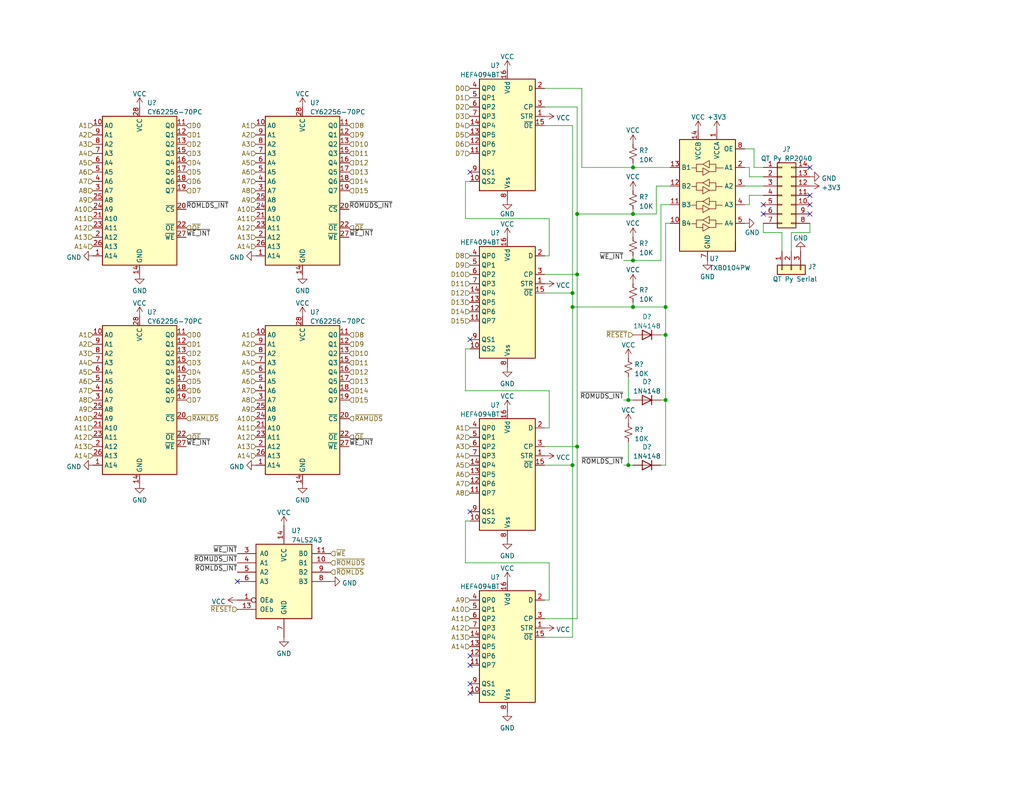
<source format=kicad_sch>
(kicad_sch (version 20211123) (generator eeschema)
  (paper "USLetter")
  (title_block (title "RAM/ROM Board") (rev "1"))
  (lib_symbols
    (symbol "74xx:74LS243" (pin_names (offset 1.016))
      (property "Reference" "U" (at -7.62 11.43 0))
      (property "Value" "74LS243" (at -7.62 -11.43 0))
      (symbol "74LS243_1_0"
        (pin input inverted (at -12.7 -5.08 0) (length 5.08) (name "OEa") (number "1"))
        (pin tri_state line (at 12.7 5.08 180) (length 5.08) (name "B1") (number "10"))
        (pin tri_state line (at 12.7 7.62 180) (length 5.08) (name "B0") (number "11"))
        (pin input line (at -12.7 -7.62 0) (length 5.08) (name "OEb") (number "13"))
        (pin power_in line (at 0 15.24 270) (length 5.08) (name "VCC") (number "14"))
        (pin input line (at -12.7 7.62 0) (length 5.08) (name "A0") (number "3"))
        (pin input line (at -12.7 5.08 0) (length 5.08) (name "A1") (number "4"))
        (pin input line (at -12.7 2.54 0) (length 5.08) (name "A2") (number "5"))
        (pin input line (at -12.7 0 0) (length 5.08) (name "A3") (number "6"))
        (pin power_in line (at 0 -15.24 90) (length 5.08) (name "GND") (number "7"))
        (pin tri_state line (at 12.7 0 180) (length 5.08) (name "B3") (number "8"))
        (pin tri_state line (at 12.7 2.54 180) (length 5.08) (name "B2") (number "9"))
      )
      (symbol "74LS243_1_1"
        (rectangle (start -7.62 10.16) (end 7.62 -10.16) (stroke (width 0.254)) (fill (type background)))
      )
    )
    (symbol "Connector_Generic:Conn_01x03" (pin_names (offset 1.016) hide)
      (property "Reference" "J" (at 0 5.08 0))
      (property "Value" "Conn_01x03" (at 0 -5.08 0))
      (symbol "Conn_01x03_1_1"
        (rectangle (start -1.27 -2.413) (end 0 -2.667) (stroke (width 0.1524)))
        (rectangle (start -1.27 0.127) (end 0 -0.127) (stroke (width 0.1524)))
        (rectangle (start -1.27 2.667) (end 0 2.413) (stroke (width 0.1524)))
        (rectangle (start -1.27 3.81) (end 1.27 -3.81) (stroke (width 0.254)) (fill (type background)))
        (pin passive line (at -5.08 2.54 0) (length 3.81) (name "Pin_1") (number "1"))
        (pin passive line (at -5.08 0 0) (length 3.81) (name "Pin_2") (number "2"))
        (pin passive line (at -5.08 -2.54 0) (length 3.81) (name "Pin_3") (number "3"))
      )
    )
    (symbol "Connector_Generic:Conn_02x07_Counter_Clockwise" (pin_names (offset 1.016) hide)
      (property "Reference" "J" (at 1.27 10.16 0))
      (property "Value" "Conn_02x07_Counter_Clockwise" (at 1.27 -10.16 0))
      (symbol "Conn_02x07_Counter_Clockwise_1_1"
        (rectangle (start -1.27 -7.493) (end 0 -7.747) (stroke (width 0.1524)))
        (rectangle (start -1.27 -4.953) (end 0 -5.207) (stroke (width 0.1524)))
        (rectangle (start -1.27 -2.413) (end 0 -2.667) (stroke (width 0.1524)))
        (rectangle (start -1.27 0.127) (end 0 -0.127) (stroke (width 0.1524)))
        (rectangle (start -1.27 2.667) (end 0 2.413) (stroke (width 0.1524)))
        (rectangle (start -1.27 5.207) (end 0 4.953) (stroke (width 0.1524)))
        (rectangle (start -1.27 7.747) (end 0 7.493) (stroke (width 0.1524)))
        (rectangle (start -1.27 8.89) (end 3.81 -8.89) (stroke (width 0.254)) (fill (type background)))
        (rectangle (start 3.81 -7.493) (end 2.54 -7.747) (stroke (width 0.1524)))
        (rectangle (start 3.81 -4.953) (end 2.54 -5.207) (stroke (width 0.1524)))
        (rectangle (start 3.81 -2.413) (end 2.54 -2.667) (stroke (width 0.1524)))
        (rectangle (start 3.81 0.127) (end 2.54 -0.127) (stroke (width 0.1524)))
        (rectangle (start 3.81 2.667) (end 2.54 2.413) (stroke (width 0.1524)))
        (rectangle (start 3.81 5.207) (end 2.54 4.953) (stroke (width 0.1524)))
        (rectangle (start 3.81 7.747) (end 2.54 7.493) (stroke (width 0.1524)))
        (pin passive line (at -5.08 7.62 0) (length 3.81) (name "Pin_1") (number "1"))
        (pin passive line (at 7.62 -2.54 180) (length 3.81) (name "Pin_10") (number "10"))
        (pin passive line (at 7.62 0 180) (length 3.81) (name "Pin_11") (number "11"))
        (pin passive line (at 7.62 2.54 180) (length 3.81) (name "Pin_12") (number "12"))
        (pin passive line (at 7.62 5.08 180) (length 3.81) (name "Pin_13") (number "13"))
        (pin passive line (at 7.62 7.62 180) (length 3.81) (name "Pin_14") (number "14"))
        (pin passive line (at -5.08 5.08 0) (length 3.81) (name "Pin_2") (number "2"))
        (pin passive line (at -5.08 2.54 0) (length 3.81) (name "Pin_3") (number "3"))
        (pin passive line (at -5.08 0 0) (length 3.81) (name "Pin_4") (number "4"))
        (pin passive line (at -5.08 -2.54 0) (length 3.81) (name "Pin_5") (number "5"))
        (pin passive line (at -5.08 -5.08 0) (length 3.81) (name "Pin_6") (number "6"))
        (pin passive line (at -5.08 -7.62 0) (length 3.81) (name "Pin_7") (number "7"))
        (pin passive line (at 7.62 -7.62 180) (length 3.81) (name "Pin_8") (number "8"))
        (pin passive line (at 7.62 -5.08 180) (length 3.81) (name "Pin_9") (number "9"))
      )
    )
    (symbol "Device:R_Small_US" (pin_numbers hide) (pin_names (offset 0.254) hide)
      (property "Reference" "R" (at 0.762 0.508 0))
      (property "Value" "R_Small_US" (at 0.762 -1.016 0))
      (symbol "R_Small_US_1_1"
        (polyline (pts (xy 0 0) (xy 1.016 -0.381) (xy 0 -0.762) (xy -1.016 -1.143) (xy 0 -1.524)))
        (polyline (pts (xy 0 1.524) (xy 1.016 1.143) (xy 0 0.762) (xy -1.016 0.381) (xy 0 0)))
        (pin passive line (at 0 2.54 270) (length 1.016) (name "~") (number "1"))
        (pin passive line (at 0 -2.54 90) (length 1.016) (name "~") (number "2"))
      )
    )
    (symbol "Diode:1N4148" (pin_numbers hide) (pin_names (offset 1.016) hide)
      (property "Reference" "D" (at 0 2.54 0))
      (property "Value" "1N4148" (at 0 -2.54 0))
      (symbol "1N4148_0_1"
        (polyline (pts (xy -1.27 1.27) (xy -1.27 -1.27)) (stroke (width 0.254)))
        (polyline (pts (xy 1.27 0) (xy -1.27 0)))
        (polyline (pts (xy 1.27 1.27) (xy 1.27 -1.27) (xy -1.27 0) (xy 1.27 1.27)) (stroke (width 0.254)))
      )
      (symbol "1N4148_1_1"
        (pin passive line (at -3.81 0 0) (length 2.54) (name "K") (number "1"))
        (pin passive line (at 3.81 0 180) (length 2.54) (name "A") (number "2"))
      )
    )
    (symbol "Logic_LevelTranslator:TXB0104PW"
      (property "Reference" "U" (at -6.35 16.51 0))
      (property "Value" "TXB0104PW" (at 3.81 16.51 0))
      (symbol "TXB0104PW_0_1"
        (rectangle (start -7.62 -15.24) (end -7.62 -12.7) (stroke (width 0.254)))
        (rectangle (start -7.62 15.24) (end 7.62 -15.24) (stroke (width 0.254)) (fill (type background)))
        (polyline (pts (xy -2.286 -7.747) (xy -2.286 -6.731) (xy -0.508 -6.731)))
        (polyline (pts (xy -2.286 -2.667) (xy -2.286 -1.651) (xy -0.508 -1.651)))
        (polyline (pts (xy -2.286 2.413) (xy -2.286 3.429) (xy -0.508 3.429)))
        (polyline (pts (xy -2.286 7.493) (xy -2.286 8.509) (xy -0.508 8.509)))
        (polyline (pts (xy 3.048 -7.747) (xy 3.048 -8.763) (xy 1.27 -8.763)))
        (polyline (pts (xy 3.048 -2.667) (xy 3.048 -3.683) (xy 1.27 -3.683)))
        (polyline (pts (xy 3.048 2.413) (xy 3.048 1.397) (xy 1.27 1.397)))
        (polyline (pts (xy 3.048 7.493) (xy 3.048 6.477) (xy 1.27 6.477)))
        (polyline (pts (xy -0.508 -8.763) (xy -2.286 -8.763) (xy -2.286 -7.747) (xy -4.064 -7.747)))
        (polyline (pts (xy -0.508 -8.763) (xy 1.27 -7.747) (xy 1.27 -9.779) (xy -0.508 -8.763)))
        (polyline (pts (xy -0.508 -3.683) (xy -2.286 -3.683) (xy -2.286 -2.667) (xy -4.064 -2.667)))
        (polyline (pts (xy -0.508 -3.683) (xy 1.27 -2.667) (xy 1.27 -4.699) (xy -0.508 -3.683)))
        (polyline (pts (xy -0.508 1.397) (xy -2.286 1.397) (xy -2.286 2.413) (xy -4.064 2.413)))
        (polyline (pts (xy -0.508 1.397) (xy 1.27 2.413) (xy 1.27 0.381) (xy -0.508 1.397)))
        (polyline (pts (xy -0.508 6.477) (xy -2.286 6.477) (xy -2.286 7.493) (xy -4.318 7.493)))
        (polyline (pts (xy -0.508 6.477) (xy 1.27 7.493) (xy 1.27 5.461) (xy -0.508 6.477)))
        (polyline (pts (xy 1.27 -6.731) (xy -0.508 -7.747) (xy -0.508 -5.715) (xy 1.27 -6.731)))
        (polyline (pts (xy 1.27 -6.731) (xy 3.048 -6.731) (xy 3.048 -7.747) (xy 4.318 -7.747)))
        (polyline (pts (xy 1.27 -1.651) (xy -0.508 -2.667) (xy -0.508 -0.635) (xy 1.27 -1.651)))
        (polyline (pts (xy 1.27 -1.651) (xy 3.048 -1.651) (xy 3.048 -2.667) (xy 4.318 -2.667)))
        (polyline (pts (xy 1.27 3.429) (xy -0.508 2.413) (xy -0.508 4.445) (xy 1.27 3.429)))
        (polyline (pts (xy 1.27 3.429) (xy 3.048 3.429) (xy 3.048 2.413) (xy 4.318 2.413)))
        (polyline (pts (xy 1.27 8.509) (xy -0.508 7.493) (xy -0.508 9.525) (xy 1.27 8.509)))
        (polyline (pts (xy 1.27 8.509) (xy 3.048 8.509) (xy 3.048 7.493) (xy 4.318 7.493)))
      )
      (symbol "TXB0104PW_1_1"
        (pin power_in line (at -2.54 17.78 270) (length 2.54) (name "VCCA") (number "1"))
        (pin bidirectional line (at 10.16 -7.62 180) (length 2.54) (name "B4") (number "10"))
        (pin bidirectional line (at 10.16 -2.54 180) (length 2.54) (name "B3") (number "11"))
        (pin bidirectional line (at 10.16 2.54 180) (length 2.54) (name "B2") (number "12"))
        (pin bidirectional line (at 10.16 7.62 180) (length 2.54) (name "B1") (number "13"))
        (pin power_in line (at 2.54 17.78 270) (length 2.54) (name "VCCB") (number "14"))
        (pin bidirectional line (at -10.16 7.62 0) (length 2.54) (name "A1") (number "2"))
        (pin bidirectional line (at -10.16 2.54 0) (length 2.54) (name "A2") (number "3"))
        (pin bidirectional line (at -10.16 -2.54 0) (length 2.54) (name "A3") (number "4"))
        (pin bidirectional line (at -10.16 -7.62 0) (length 2.54) (name "A4") (number "5"))
        (pin no_connect line (at -10.16 -12.7 0) (length 2.54) hide (name "NC") (number "6"))
        (pin power_in line (at 0 -17.78 90) (length 2.54) (name "GND") (number "7"))
        (pin input line (at -10.16 12.7 0) (length 2.54) (name "OE") (number "8"))
        (pin no_connect line (at 10.16 -12.7 180) (length 2.54) hide (name "NC") (number "9"))
      )
    )
    (symbol "Memory_RAM:CY62256-70PC"
      (property "Reference" "U" (at -10.16 20.955 0))
      (property "Value" "CY62256-70PC" (at 2.54 20.955 0))
      (symbol "CY62256-70PC_0_0"
        (pin power_in line (at 0 -22.86 90) (length 2.54) (name "GND") (number "14"))
        (pin power_in line (at 0 22.86 270) (length 2.54) (name "VCC") (number "28"))
      )
      (symbol "CY62256-70PC_0_1"
        (rectangle (start -10.16 20.32) (end 10.16 -20.32) (stroke (width 0.254)) (fill (type background)))
      )
      (symbol "CY62256-70PC_1_1"
        (pin input line (at -12.7 -17.78 0) (length 2.54) (name "A14") (number "1"))
        (pin input line (at -12.7 17.78 0) (length 2.54) (name "A0") (number "10"))
        (pin tri_state line (at 12.7 17.78 180) (length 2.54) (name "Q0") (number "11"))
        (pin tri_state line (at 12.7 15.24 180) (length 2.54) (name "Q1") (number "12"))
        (pin tri_state line (at 12.7 12.7 180) (length 2.54) (name "Q2") (number "13"))
        (pin tri_state line (at 12.7 10.16 180) (length 2.54) (name "Q3") (number "15"))
        (pin tri_state line (at 12.7 7.62 180) (length 2.54) (name "Q4") (number "16"))
        (pin tri_state line (at 12.7 5.08 180) (length 2.54) (name "Q5") (number "17"))
        (pin tri_state line (at 12.7 2.54 180) (length 2.54) (name "Q6") (number "18"))
        (pin tri_state line (at 12.7 0 180) (length 2.54) (name "Q7") (number "19"))
        (pin input line (at -12.7 -12.7 0) (length 2.54) (name "A12") (number "2"))
        (pin input line (at 12.7 -5.08 180) (length 2.54) (name "~{CS}") (number "20"))
        (pin input line (at -12.7 -7.62 0) (length 2.54) (name "A10") (number "21"))
        (pin input line (at 12.7 -10.16 180) (length 2.54) (name "~{OE}") (number "22"))
        (pin input line (at -12.7 -10.16 0) (length 2.54) (name "A11") (number "23"))
        (pin input line (at -12.7 -5.08 0) (length 2.54) (name "A9") (number "24"))
        (pin input line (at -12.7 -2.54 0) (length 2.54) (name "A8") (number "25"))
        (pin input line (at -12.7 -15.24 0) (length 2.54) (name "A13") (number "26"))
        (pin input line (at 12.7 -12.7 180) (length 2.54) (name "~{WE}") (number "27"))
        (pin input line (at -12.7 0 0) (length 2.54) (name "A7") (number "3"))
        (pin input line (at -12.7 2.54 0) (length 2.54) (name "A6") (number "4"))
        (pin input line (at -12.7 5.08 0) (length 2.54) (name "A5") (number "5"))
        (pin input line (at -12.7 7.62 0) (length 2.54) (name "A4") (number "6"))
        (pin input line (at -12.7 10.16 0) (length 2.54) (name "A3") (number "7"))
        (pin input line (at -12.7 12.7 0) (length 2.54) (name "A2") (number "8"))
        (pin input line (at -12.7 15.24 0) (length 2.54) (name "A1") (number "9"))
      )
    )
    (symbol "parts:HEF4094BT"
      (property "Reference" "U" (at -7.62 15.24 0))
      (property "Value" "HEF4094BT" (at -7.62 -15.24 0))
      (symbol "HEF4094BT_1_0"
        (pin input line (at -10.16 3.81 0) (length 2.54) (name "STR") (number "1"))
        (pin output line (at 10.16 -13.97 180) (length 2.54) (name "QS2") (number "10"))
        (pin tri_state line (at 10.16 -6.35 180) (length 2.54) (name "QP7") (number "11"))
        (pin tri_state line (at 10.16 -3.81 180) (length 2.54) (name "QP6") (number "12"))
        (pin tri_state line (at 10.16 -1.27 180) (length 2.54) (name "QP5") (number "13"))
        (pin tri_state line (at 10.16 1.27 180) (length 2.54) (name "QP4") (number "14"))
        (pin input line (at -10.16 1.27 0) (length 2.54) (name "~{OE}") (number "15"))
        (pin power_in line (at 0 16.51 270) (length 2.54) (name "Vdd") (number "16"))
        (pin input line (at -10.16 11.43 0) (length 2.54) (name "D") (number "2"))
        (pin input line (at -10.16 6.35 0) (length 2.54) (name "CP") (number "3"))
        (pin tri_state line (at 10.16 11.43 180) (length 2.54) (name "QP0") (number "4"))
        (pin tri_state line (at 10.16 8.89 180) (length 2.54) (name "QP1") (number "5"))
        (pin tri_state line (at 10.16 6.35 180) (length 2.54) (name "QP2") (number "6"))
        (pin tri_state line (at 10.16 3.81 180) (length 2.54) (name "QP3") (number "7"))
        (pin power_in line (at 0 -19.05 90) (length 2.54) (name "Vss") (number "8"))
        (pin output line (at 10.16 -11.43 180) (length 2.54) (name "QS1") (number "9"))
      )
      (symbol "HEF4094BT_1_1"
        (rectangle (start -7.62 13.97) (end 7.62 -16.51) (stroke (width 0.254)) (fill (type background)))
      )
    )
    (symbol "power:+3V3" (power) (pin_names (offset 0))
      (property "Value" "+3V3" (at 0 3.556 0))
      (symbol "+3V3_0_1"
        (polyline (pts (xy -0.762 1.27) (xy 0 2.54)))
        (polyline (pts (xy 0 0) (xy 0 2.54)))
        (polyline (pts (xy 0 2.54) (xy 0.762 1.27)))
      )
      (symbol "+3V3_1_1"
        (pin power_in line (at 0 0 90) (length 0) hide (name "+3V3") (number "1"))
      )
    )
    (symbol "power:GND" (power) (pin_names (offset 0))
      (property "Value" "GND" (at 0 -3.81 0))
      (symbol "GND_0_1"
        (polyline (pts (xy 0 0) (xy 0 -1.27) (xy 1.27 -1.27) (xy 0 -2.54) (xy -1.27 -1.27) (xy 0 -1.27)))
      )
      (symbol "GND_1_1"
        (pin power_in line (at 0 0 270) (length 0) hide (name "GND") (number "1"))
      )
    )
    (symbol "power:VCC" (power) (pin_names (offset 0))
      (property "Value" "VCC" (at 0 3.81 0))
      (symbol "VCC_0_1"
        (polyline (pts (xy -0.762 1.27) (xy 0 2.54)))
        (polyline (pts (xy 0 0) (xy 0 2.54)))
        (polyline (pts (xy 0 2.54) (xy 0.762 1.27)))
      )
      (symbol "VCC_1_1"
        (pin power_in line (at 0 0 90) (length 0) hide (name "VCC") (number "1"))
      )
    )
  )
  (junction (at 172.72 58.42))
  (junction (at 157.48 58.42))
  (junction (at 181.61 109.22))
  (junction (at 156.21 80.01))
  (junction (at 181.61 83.82))
  (junction (at 181.61 91.44))
  (junction (at 172.72 71.12))
  (junction (at 156.21 83.82))
  (junction (at 172.72 83.82))
  (junction (at 171.45 127))
  (junction (at 157.48 121.92))
  (junction (at 156.21 127))
  (junction (at 157.48 74.93))
  (junction (at 172.72 45.72))
  (junction (at 171.45 109.22))
  (no_connect (at 128.27 46.99))
  (no_connect (at 128.27 139.7))
  (no_connect (at 128.27 92.71))
  (no_connect (at 128.27 189.23))
  (no_connect (at 128.27 179.07))
  (no_connect (at 128.27 181.61))
  (no_connect (at 128.27 186.69))
  (no_connect (at 208.28 55.88))
  (no_connect (at 208.28 58.42))
  (no_connect (at 220.98 53.34))
  (no_connect (at 220.98 55.88))
  (no_connect (at 220.98 58.42))
  (no_connect (at 64.77 158.75))
  (no_connect (at 220.98 45.72))
  (wire (pts (xy 128.27 95.25) (xy 127 95.25)))
  (wire (pts (xy 171.45 102.87) (xy 171.45 109.22)))
  (wire (pts (xy 181.61 83.82) (xy 181.61 91.44)))
  (wire (pts (xy 170.18 127) (xy 171.45 127)))
  (wire (pts (xy 127 106.68) (xy 149.86 106.68)))
  (wire (pts (xy 220.98 60.96) (xy 220.98 63.5)))
  (wire (pts (xy 149.86 116.84) (xy 148.59 116.84)))
  (wire (pts (xy 148.59 168.91) (xy 157.48 168.91)))
  (wire (pts (xy 204.47 48.26) (xy 204.47 45.72)))
  (wire (pts (xy 179.07 50.8) (xy 182.88 50.8)))
  (wire (pts (xy 182.88 60.96) (xy 181.61 60.96)))
  (wire (pts (xy 180.34 55.88) (xy 180.34 71.12)))
  (wire (pts (xy 205.74 45.72) (xy 205.74 40.64)))
  (wire (pts (xy 158.75 45.72) (xy 172.72 45.72)))
  (wire (pts (xy 149.86 69.85) (xy 148.59 69.85)))
  (wire (pts (xy 181.61 60.96) (xy 181.61 83.82)))
  (wire (pts (xy 204.47 53.34) (xy 208.28 53.34)))
  (wire (pts (xy 149.86 106.68) (xy 149.86 116.84)))
  (wire (pts (xy 172.72 82.55) (xy 172.72 83.82)))
  (wire (pts (xy 172.72 83.82) (xy 181.61 83.82)))
  (wire (pts (xy 149.86 153.67) (xy 149.86 163.83)))
  (wire (pts (xy 148.59 80.01) (xy 156.21 80.01)))
  (wire (pts (xy 180.34 127) (xy 181.61 127)))
  (wire (pts (xy 157.48 168.91) (xy 157.48 121.92)))
  (wire (pts (xy 208.28 60.96) (xy 208.28 63.5)))
  (wire (pts (xy 182.88 55.88) (xy 180.34 55.88)))
  (wire (pts (xy 148.59 121.92) (xy 157.48 121.92)))
  (wire (pts (xy 205.74 45.72) (xy 208.28 45.72)))
  (wire (pts (xy 181.61 91.44) (xy 181.61 109.22)))
  (wire (pts (xy 158.75 45.72) (xy 158.75 24.13)))
  (wire (pts (xy 204.47 55.88) (xy 204.47 53.34)))
  (wire (pts (xy 172.72 44.45) (xy 172.72 45.72)))
  (wire (pts (xy 149.86 163.83) (xy 148.59 163.83)))
  (wire (pts (xy 128.27 49.53) (xy 127 49.53)))
  (wire (pts (xy 127 59.69) (xy 149.86 59.69)))
  (wire (pts (xy 157.48 29.21) (xy 157.48 58.42)))
  (wire (pts (xy 148.59 34.29) (xy 156.21 34.29)))
  (wire (pts (xy 149.86 59.69) (xy 149.86 69.85)))
  (wire (pts (xy 171.45 127) (xy 172.72 127)))
  (wire (pts (xy 127 142.24) (xy 127 153.67)))
  (wire (pts (xy 203.2 50.8) (xy 208.28 50.8)))
  (wire (pts (xy 157.48 58.42) (xy 172.72 58.42)))
  (wire (pts (xy 157.48 29.21) (xy 148.59 29.21)))
  (wire (pts (xy 156.21 173.99) (xy 156.21 127)))
  (wire (pts (xy 156.21 80.01) (xy 156.21 83.82)))
  (wire (pts (xy 127 95.25) (xy 127 106.68)))
  (wire (pts (xy 156.21 34.29) (xy 156.21 80.01)))
  (wire (pts (xy 204.47 48.26) (xy 208.28 48.26)))
  (wire (pts (xy 148.59 173.99) (xy 156.21 173.99)))
  (wire (pts (xy 172.72 45.72) (xy 182.88 45.72)))
  (wire (pts (xy 180.34 109.22) (xy 181.61 109.22)))
  (wire (pts (xy 172.72 71.12) (xy 180.34 71.12)))
  (wire (pts (xy 148.59 127) (xy 156.21 127)))
  (wire (pts (xy 158.75 24.13) (xy 148.59 24.13)))
  (wire (pts (xy 171.45 120.65) (xy 171.45 127)))
  (wire (pts (xy 215.9 68.58) (xy 215.9 63.5)))
  (wire (pts (xy 172.72 58.42) (xy 179.07 58.42)))
  (wire (pts (xy 179.07 50.8) (xy 179.07 58.42)))
  (wire (pts (xy 172.72 71.12) (xy 172.72 69.85)))
  (wire (pts (xy 180.34 91.44) (xy 181.61 91.44)))
  (wire (pts (xy 148.59 74.93) (xy 157.48 74.93)))
  (wire (pts (xy 128.27 142.24) (xy 127 142.24)))
  (wire (pts (xy 157.48 58.42) (xy 157.48 74.93)))
  (wire (pts (xy 156.21 83.82) (xy 172.72 83.82)))
  (wire (pts (xy 181.61 109.22) (xy 181.61 127)))
  (wire (pts (xy 203.2 40.64) (xy 205.74 40.64)))
  (wire (pts (xy 213.36 63.5) (xy 208.28 63.5)))
  (wire (pts (xy 170.18 109.22) (xy 171.45 109.22)))
  (wire (pts (xy 203.2 45.72) (xy 204.47 45.72)))
  (wire (pts (xy 127 49.53) (xy 127 59.69)))
  (wire (pts (xy 127 153.67) (xy 149.86 153.67)))
  (wire (pts (xy 170.18 71.12) (xy 172.72 71.12)))
  (wire (pts (xy 203.2 55.88) (xy 204.47 55.88)))
  (wire (pts (xy 171.45 109.22) (xy 172.72 109.22)))
  (wire (pts (xy 172.72 57.15) (xy 172.72 58.42)))
  (wire (pts (xy 215.9 63.5) (xy 220.98 63.5)))
  (wire (pts (xy 156.21 83.82) (xy 156.21 127)))
  (wire (pts (xy 157.48 74.93) (xy 157.48 121.92)))
  (wire (pts (xy 213.36 68.58) (xy 213.36 63.5)))
  (label "~{ROMUDS_INT}" (at 170.18 109.22 180))
  (label "D8" (at 605.79 59.69 0))
  (label "~{ROMUDS_INT}" (at 64.77 153.67 180))
  (label "~{ROMUDS_INT}" (at 95.25 57.15 0))
  (label "~{ROMLDS_INT}" (at 64.77 156.21 180))
  (label "~{WE_INT}" (at 50.8 64.77 0))
  (label "~{WE_INT}" (at 64.77 151.13 180))
  (label "~{WE_INT}" (at 95.25 64.77 0))
  (label "~{WE_INT}" (at 50.8 121.92 0))
  (label "~{WE_INT}" (at 95.25 121.92 0))
  (label "~{ROMLDS_INT}" (at 50.8 57.15 0))
  (label "~{ROMLDS_INT}" (at 170.18 127 180))
  (label "~{WE_INT}" (at 170.18 71.12 180))
  (hierarchical_label "D14" (shape input) (at 95.25 106.68 0))
  (hierarchical_label "A13" (shape input) (at 69.85 64.77 180))
  (hierarchical_label "D0" (shape input) (at 50.8 91.44 0))
  (hierarchical_label "A14" (shape input) (at 128.27 176.53 180))
  (hierarchical_label "A11" (shape input) (at 69.85 116.84 180))
  (hierarchical_label "A13" (shape input) (at 128.27 173.99 180))
  (hierarchical_label "A2" (shape input) (at 25.4 36.83 180))
  (hierarchical_label "A4" (shape input) (at 25.4 99.06 180))
  (hierarchical_label "A12" (shape input) (at 25.4 119.38 180))
  (hierarchical_label "D4" (shape input) (at 128.27 34.29 180))
  (hierarchical_label "D2" (shape input) (at 128.27 29.21 180))
  (hierarchical_label "~{ROMLDS}" (shape input) (at 90.17 156.21 0))
  (hierarchical_label "D2" (shape input) (at 50.8 96.52 0))
  (hierarchical_label "A13" (shape input) (at 69.85 121.92 180))
  (hierarchical_label "D14" (shape input) (at 128.27 85.09 180))
  (hierarchical_label "D0" (shape input) (at 50.8 34.29 0))
  (hierarchical_label "A14" (shape input) (at 69.85 124.46 180))
  (hierarchical_label "D13" (shape input) (at 128.27 82.55 180))
  (hierarchical_label "A6" (shape input) (at 69.85 46.99 180))
  (hierarchical_label "D6" (shape input) (at 50.8 49.53 0))
  (hierarchical_label "A11" (shape input) (at 25.4 116.84 180))
  (hierarchical_label "A10" (shape input) (at 69.85 114.3 180))
  (hierarchical_label "D13" (shape input) (at 95.25 46.99 0))
  (hierarchical_label "A3" (shape input) (at 128.27 121.92 180))
  (hierarchical_label "A1" (shape input) (at 25.4 34.29 180))
  (hierarchical_label "A13" (shape input) (at 25.4 64.77 180))
  (hierarchical_label "A5" (shape input) (at 69.85 44.45 180))
  (hierarchical_label "A3" (shape input) (at 69.85 96.52 180))
  (hierarchical_label "D5" (shape input) (at 128.27 36.83 180))
  (hierarchical_label "~{RESET}" (shape input) (at 64.77 166.37 180))
  (hierarchical_label "A7" (shape input) (at 25.4 49.53 180))
  (hierarchical_label "~{RAMLDS}" (shape input) (at 50.8 114.3 0))
  (hierarchical_label "A9" (shape input) (at 128.27 163.83 180))
  (hierarchical_label "D11" (shape input) (at 128.27 77.47 180))
  (hierarchical_label "A8" (shape input) (at 69.85 109.22 180))
  (hierarchical_label "A11" (shape input) (at 128.27 168.91 180))
  (hierarchical_label "A1" (shape input) (at 69.85 34.29 180))
  (hierarchical_label "A3" (shape input) (at 69.85 39.37 180))
  (hierarchical_label "A10" (shape input) (at 25.4 114.3 180))
  (hierarchical_label "A3" (shape input) (at 25.4 96.52 180))
  (hierarchical_label "A12" (shape input) (at 69.85 119.38 180))
  (hierarchical_label "D7" (shape input) (at 50.8 52.07 0))
  (hierarchical_label "A8" (shape input) (at 69.85 52.07 180))
  (hierarchical_label "A1" (shape input) (at 128.27 116.84 180))
  (hierarchical_label "D0" (shape input) (at 128.27 24.13 180))
  (hierarchical_label "A5" (shape input) (at 128.27 127 180))
  (hierarchical_label "A2" (shape input) (at 25.4 93.98 180))
  (hierarchical_label "D9" (shape input) (at 128.27 72.39 180))
  (hierarchical_label "A14" (shape input) (at 69.85 67.31 180))
  (hierarchical_label "A14" (shape input) (at 25.4 124.46 180))
  (hierarchical_label "D10" (shape input) (at 128.27 74.93 180))
  (hierarchical_label "D15" (shape input) (at 95.25 109.22 0))
  (hierarchical_label "D15" (shape input) (at 128.27 87.63 180))
  (hierarchical_label "D11" (shape input) (at 95.25 99.06 0))
  (hierarchical_label "D8" (shape input) (at 128.27 69.85 180))
  (hierarchical_label "~{OE}" (shape input) (at 95.25 62.23 0))
  (hierarchical_label "D9" (shape input) (at 95.25 93.98 0))
  (hierarchical_label "A6" (shape input) (at 69.85 104.14 180))
  (hierarchical_label "~{RAMUDS}" (shape input) (at 95.25 114.3 0))
  (hierarchical_label "A5" (shape input) (at 69.85 101.6 180))
  (hierarchical_label "A1" (shape input) (at 69.85 91.44 180))
  (hierarchical_label "A10" (shape input) (at 69.85 57.15 180))
  (hierarchical_label "D4" (shape input) (at 50.8 44.45 0))
  (hierarchical_label "~{OE}" (shape input) (at 50.8 119.38 0))
  (hierarchical_label "D8" (shape input) (at 95.25 91.44 0))
  (hierarchical_label "~{ROMUDS}" (shape input) (at 90.17 153.67 0))
  (hierarchical_label "A5" (shape input) (at 25.4 44.45 180))
  (hierarchical_label "~{OE}" (shape input) (at 50.8 62.23 0))
  (hierarchical_label "D6" (shape input) (at 50.8 106.68 0))
  (hierarchical_label "D1" (shape input) (at 128.27 26.67 180))
  (hierarchical_label "A14" (shape input) (at 25.4 67.31 180))
  (hierarchical_label "A4" (shape input) (at 25.4 41.91 180))
  (hierarchical_label "D11" (shape input) (at 95.25 41.91 0))
  (hierarchical_label "A6" (shape input) (at 128.27 129.54 180))
  (hierarchical_label "A10" (shape input) (at 128.27 166.37 180))
  (hierarchical_label "D12" (shape input) (at 128.27 80.01 180))
  (hierarchical_label "D10" (shape input) (at 95.25 96.52 0))
  (hierarchical_label "A11" (shape input) (at 69.85 59.69 180))
  (hierarchical_label "D15" (shape input) (at 95.25 52.07 0))
  (hierarchical_label "D7" (shape input) (at 128.27 41.91 180))
  (hierarchical_label "D5" (shape input) (at 50.8 46.99 0))
  (hierarchical_label "D3" (shape input) (at 128.27 31.75 180))
  (hierarchical_label "D1" (shape input) (at 50.8 36.83 0))
  (hierarchical_label "A7" (shape input) (at 25.4 106.68 180))
  (hierarchical_label "D8" (shape input) (at 95.25 34.29 0))
  (hierarchical_label "D5" (shape input) (at 50.8 104.14 0))
  (hierarchical_label "A1" (shape input) (at 25.4 91.44 180))
  (hierarchical_label "D12" (shape input) (at 95.25 44.45 0))
  (hierarchical_label "A9" (shape input) (at 69.85 111.76 180))
  (hierarchical_label "D14" (shape input) (at 95.25 49.53 0))
  (hierarchical_label "A5" (shape input) (at 25.4 101.6 180))
  (hierarchical_label "D2" (shape input) (at 50.8 39.37 0))
  (hierarchical_label "D10" (shape input) (at 95.25 39.37 0))
  (hierarchical_label "A9" (shape input) (at 25.4 111.76 180))
  (hierarchical_label "A4" (shape input) (at 69.85 41.91 180))
  (hierarchical_label "A6" (shape input) (at 25.4 104.14 180))
  (hierarchical_label "A12" (shape input) (at 128.27 171.45 180))
  (hierarchical_label "A13" (shape input) (at 25.4 121.92 180))
  (hierarchical_label "A12" (shape input) (at 25.4 62.23 180))
  (hierarchical_label "A2" (shape input) (at 69.85 93.98 180))
  (hierarchical_label "A9" (shape input) (at 69.85 54.61 180))
  (hierarchical_label "A8" (shape input) (at 25.4 109.22 180))
  (hierarchical_label "~{OE}" (shape input) (at 95.25 119.38 0))
  (hierarchical_label "A6" (shape input) (at 25.4 46.99 180))
  (hierarchical_label "A10" (shape input) (at 25.4 57.15 180))
  (hierarchical_label "A8" (shape input) (at 128.27 134.62 180))
  (hierarchical_label "A2" (shape input) (at 69.85 36.83 180))
  (hierarchical_label "D9" (shape input) (at 95.25 36.83 0))
  (hierarchical_label "A7" (shape input) (at 128.27 132.08 180))
  (hierarchical_label "A7" (shape input) (at 69.85 49.53 180))
  (hierarchical_label "~{RESET}" (shape input) (at 172.72 91.44 180))
  (hierarchical_label "A3" (shape input) (at 25.4 39.37 180))
  (hierarchical_label "D1" (shape input) (at 50.8 93.98 0))
  (hierarchical_label "D12" (shape input) (at 95.25 101.6 0))
  (hierarchical_label "A8" (shape input) (at 25.4 52.07 180))
  (hierarchical_label "A4" (shape input) (at 128.27 124.46 180))
  (hierarchical_label "D3" (shape input) (at 50.8 41.91 0))
  (hierarchical_label "D7" (shape input) (at 50.8 109.22 0))
  (hierarchical_label "A12" (shape input) (at 69.85 62.23 180))
  (hierarchical_label "D13" (shape input) (at 95.25 104.14 0))
  (hierarchical_label "~{WE}" (shape input) (at 90.17 151.13 0))
  (hierarchical_label "A11" (shape input) (at 25.4 59.69 180))
  (hierarchical_label "D4" (shape input) (at 50.8 101.6 0))
  (hierarchical_label "A9" (shape input) (at 25.4 54.61 180))
  (hierarchical_label "A7" (shape input) (at 69.85 106.68 180))
  (hierarchical_label "A4" (shape input) (at 69.85 99.06 180))
  (hierarchical_label "D6" (shape input) (at 128.27 39.37 180))
  (hierarchical_label "D3" (shape input) (at 50.8 99.06 0))
  (hierarchical_label "A2" (shape input) (at 128.27 119.38 180))
  (symbol (lib_id "Device:R_Small_US") (at 172.72 67.31 0) (unit 1)
    (property "Reference" "R?" (at 174.371 66.4753 0) (effects (justify left)))
    (property "Value" "10K" (at 174.371 69.0122 0) (effects (justify left)))
  )
  (symbol (lib_id "power:VCC") (at 138.43 111.76 0) (mirror y) (unit 1)
    (property "Reference" "#PWR?" (effects hide))
    (property "Value" "VCC" (at 138.43 108.1842 0))
  )
  (symbol (lib_id "power:GND") (at 90.17 158.75 90) (unit 1)
    (property "Reference" "#PWR?" (effects hide))
    (property "Value" "GND" (at 93.345 159.1838 90) (effects (justify right)))
  )
  (symbol (lib_id "power:GND") (at 138.43 194.31 0) (mirror y) (unit 1)
    (property "Reference" "#PWR?" (effects hide))
    (property "Value" "GND" (at 138.43 198.7534 0))
  )
  (symbol (lib_id "Device:R_Small_US") (at 171.45 118.11 180) (unit 1)
    (property "Reference" "R?" (at 173.101 117.2753 0) (effects (justify right)))
    (property "Value" "10K" (at 173.101 119.8122 0) (effects (justify right)))
  )
  (symbol (lib_id "power:GND") (at 220.98 48.26 90) (unit 1)
    (property "Reference" "#PWR?" (effects hide))
    (property "Value" "GND" (at 224.155 48.6938 90) (effects (justify right)))
  )
  (symbol (lib_id "Device:R_Small_US") (at 172.72 54.61 0) (unit 1)
    (property "Reference" "R?" (at 174.371 53.7753 0) (effects (justify left)))
    (property "Value" "10K" (at 174.371 56.3122 0) (effects (justify left)))
  )
  (symbol (lib_id "Memory_RAM:CY62256-70PC") (at 38.1 109.22 0) (unit 1)
    (property "Reference" "U?" (at 40.1194 85.2002 0) (effects (justify left)))
    (property "Value" "CY62256-70PC" (at 40.1194 87.7371 0) (effects (justify left)))
    (property "Footprint" "Package_DIP:DIP-28_W15.24mm" (effects hide))
    (property "Datasheet" "https://ecee.colorado.edu/~mcclurel/Cypress_SRAM_CY62256.pdf" (effects hide))
  )
  (symbol (lib_id "parts:HEF4094BT") (at 138.43 81.28 0) (mirror y) (unit 1)
    (property "Reference" "U?" (at 136.4106 63.6102 0) (effects (justify left)))
    (property "Value" "HEF4094BT" (at 136.4106 66.1471 0) (effects (justify left)))
  )
  (symbol (lib_id "power:+3V3") (at 195.58 35.56 0) (unit 1)
    (property "Reference" "#PWR?" (effects hide))
    (property "Value" "+3V3" (at 195.58 31.9842 0))
  )
  (symbol (lib_id "power:VCC") (at 82.55 86.36 0) (unit 1)
    (property "Reference" "#PWR?" (effects hide))
    (property "Value" "VCC" (at 82.55 82.7842 0))
  )
  (symbol (lib_id "Connector_Generic:Conn_02x07_Counter_Clockwise") (at 213.36 53.34 0) (unit 1)
    (property "Reference" "J?" (at 214.63 40.7502 0))
    (property "Value" "QT Py RP2040" (at 214.63 43.2871 0))
  )
  (symbol (lib_id "Diode:1N4148") (at 176.53 91.44 180) (unit 1)
    (property "Reference" "D?" (at 176.53 86.4702 0))
    (property "Value" "1N4148" (at 176.53 89.0071 0))
    (property "Footprint" "Diode_THT:D_DO-35_SOD27_P7.62mm_Horizontal" (effects hide))
    (property "Datasheet" "https://assets.nexperia.com/documents/data-sheet/1N4148_1N4448.pdf" (effects hide))
  )
  (symbol (lib_id "parts:HEF4094BT") (at 138.43 175.26 0) (mirror y) (unit 1)
    (property "Reference" "U?" (at 136.4106 157.5902 0) (effects (justify left)))
    (property "Value" "HEF4094BT" (at 136.4106 160.1271 0) (effects (justify left)))
  )
  (symbol (lib_id "power:VCC") (at 148.59 171.45 270) (mirror x) (unit 1)
    (property "Reference" "#PWR?" (effects hide))
    (property "Value" "VCC" (at 151.765 171.8838 90) (effects (justify left)))
  )
  (symbol (lib_id "power:GND") (at 82.55 132.08 0) (unit 1)
    (property "Reference" "#PWR?" (effects hide))
    (property "Value" "GND" (at 82.55 136.5234 0))
  )
  (symbol (lib_id "power:VCC") (at 172.72 52.07 0) (unit 1)
    (property "Reference" "#PWR?" (effects hide))
    (property "Value" "VCC" (at 172.72 48.26 0))
  )
  (symbol (lib_id "power:+3V3") (at 220.98 50.8 270) (unit 1)
    (property "Reference" "#PWR?" (effects hide))
    (property "Value" "+3V3" (at 224.155 51.2338 90) (effects (justify left)))
  )
  (symbol (lib_id "parts:HEF4094BT") (at 138.43 128.27 0) (mirror y) (unit 1)
    (property "Reference" "U?" (at 136.4106 110.6002 0) (effects (justify left)))
    (property "Value" "HEF4094BT" (at 136.4106 113.1371 0) (effects (justify left)))
  )
  (symbol (lib_id "Device:R_Small_US") (at 172.72 80.01 0) (unit 1)
    (property "Reference" "R?" (at 174.371 79.1753 0) (effects (justify left)))
    (property "Value" "10K" (at 174.371 81.7122 0) (effects (justify left)))
  )
  (symbol (lib_id "power:VCC") (at 38.1 29.21 0) (unit 1)
    (property "Reference" "#PWR?" (effects hide))
    (property "Value" "VCC" (at 38.1 25.6342 0))
  )
  (symbol (lib_id "Device:R_Small_US") (at 171.45 100.33 180) (unit 1)
    (property "Reference" "R?" (at 173.101 99.4953 0) (effects (justify right)))
    (property "Value" "10K" (at 173.101 102.0322 0) (effects (justify right)))
  )
  (symbol (lib_id "power:VCC") (at 82.55 29.21 0) (unit 1)
    (property "Reference" "#PWR?" (effects hide))
    (property "Value" "VCC" (at 82.55 25.6342 0))
  )
  (symbol (lib_id "power:GND") (at 69.85 127 270) (unit 1)
    (property "Reference" "#PWR?" (effects hide))
    (property "Value" "GND" (at 66.6751 127.4338 90) (effects (justify right)))
  )
  (symbol (lib_id "power:VCC") (at 148.59 31.75 270) (mirror x) (unit 1)
    (property "Reference" "#PWR?" (effects hide))
    (property "Value" "VCC" (at 151.765 32.1838 90) (effects (justify left)))
  )
  (symbol (lib_id "power:VCC") (at 190.5 35.56 0) (unit 1)
    (property "Reference" "#PWR?" (effects hide))
    (property "Value" "VCC" (at 190.5 31.9842 0))
  )
  (symbol (lib_id "power:GND") (at 82.55 74.93 0) (unit 1)
    (property "Reference" "#PWR?" (effects hide))
    (property "Value" "GND" (at 82.55 79.3734 0))
  )
  (symbol (lib_id "Memory_RAM:CY62256-70PC") (at 38.1 52.07 0) (unit 1)
    (property "Reference" "U?" (at 40.1194 28.0502 0) (effects (justify left)))
    (property "Value" "CY62256-70PC" (at 40.1194 30.5871 0) (effects (justify left)))
    (property "Footprint" "Package_DIP:DIP-28_W15.24mm" (effects hide))
    (property "Datasheet" "https://ecee.colorado.edu/~mcclurel/Cypress_SRAM_CY62256.pdf" (effects hide))
  )
  (symbol (lib_id "power:VCC") (at 64.77 163.83 90) (unit 1)
    (property "Reference" "#PWR?" (effects hide))
    (property "Value" "VCC" (at 61.595 164.2638 90) (effects (justify left)))
  )
  (symbol (lib_id "Device:R_Small_US") (at 172.72 41.91 0) (unit 1)
    (property "Reference" "R?" (at 174.371 41.0753 0) (effects (justify left)))
    (property "Value" "10K" (at 174.371 43.6122 0) (effects (justify left)))
  )
  (symbol (lib_id "Diode:1N4148") (at 176.53 109.22 180) (unit 1)
    (property "Reference" "D?" (at 176.53 104.2502 0))
    (property "Value" "1N4148" (at 176.53 106.7871 0))
    (property "Footprint" "Diode_THT:D_DO-35_SOD27_P7.62mm_Horizontal" (effects hide))
    (property "Datasheet" "https://assets.nexperia.com/documents/data-sheet/1N4148_1N4448.pdf" (effects hide))
  )
  (symbol (lib_id "74xx:74LS243") (at 77.47 158.75 0) (unit 1)
    (property "Reference" "U?" (at 79.4894 144.8902 0) (effects (justify left)))
    (property "Value" "74LS243" (at 79.4894 147.4271 0) (effects (justify left)))
    (property "Datasheet" "http://www.ti.com/lit/gpn/sn74LS243" (effects hide))
  )
  (symbol (lib_id "power:GND") (at 25.4 69.85 270) (unit 1)
    (property "Reference" "#PWR?" (effects hide))
    (property "Value" "GND" (at 22.2251 70.2838 90) (effects (justify right)))
  )
  (symbol (lib_id "power:GND") (at 203.2 60.96 90) (unit 1)
    (property "Reference" "#PWR?" (effects hide))
    (property "Value" "GND" (at 203.2 63.5 90) (effects (justify right)))
  )
  (symbol (lib_id "power:GND") (at 77.47 173.99 0) (unit 1)
    (property "Reference" "#PWR?" (effects hide))
    (property "Value" "GND" (at 77.47 178.4334 0))
  )
  (symbol (lib_id "power:VCC") (at 138.43 19.05 0) (mirror y) (unit 1)
    (property "Reference" "#PWR?" (effects hide))
    (property "Value" "VCC" (at 138.43 15.4742 0))
  )
  (symbol (lib_id "power:GND") (at 138.43 54.61 0) (mirror y) (unit 1)
    (property "Reference" "#PWR?" (effects hide))
    (property "Value" "GND" (at 138.43 58.42 0))
  )
  (symbol (lib_id "power:VCC") (at 38.1 86.36 0) (unit 1)
    (property "Reference" "#PWR?" (effects hide))
    (property "Value" "VCC" (at 38.1 82.7842 0))
  )
  (symbol (lib_id "Memory_RAM:CY62256-70PC") (at 82.55 52.07 0) (unit 1)
    (property "Reference" "U?" (at 84.5694 28.0502 0) (effects (justify left)))
    (property "Value" "CY62256-70PC" (at 84.5694 30.5871 0) (effects (justify left)))
    (property "Footprint" "Package_DIP:DIP-28_W15.24mm" (effects hide))
    (property "Datasheet" "https://ecee.colorado.edu/~mcclurel/Cypress_SRAM_CY62256.pdf" (effects hide))
  )
  (symbol (lib_id "Connector_Generic:Conn_01x03") (at 215.9 73.66 90) (mirror x) (unit 1)
    (property "Reference" "J?" (at 220.472 72.8253 90) (effects (justify right)))
    (property "Value" "QT Py Serial" (at 210.82 76.2 90) (effects (justify right)))
  )
  (symbol (lib_id "power:VCC") (at 171.45 115.57 0) (unit 1)
    (property "Reference" "#PWR?" (effects hide))
    (property "Value" "VCC" (at 171.45 111.9942 0))
  )
  (symbol (lib_id "power:VCC") (at 148.59 124.46 270) (mirror x) (unit 1)
    (property "Reference" "#PWR?" (effects hide))
    (property "Value" "VCC" (at 151.765 124.8938 90) (effects (justify left)))
  )
  (symbol (lib_id "power:GND") (at 25.4 127 270) (unit 1)
    (property "Reference" "#PWR?" (effects hide))
    (property "Value" "GND" (at 22.2251 127.4338 90) (effects (justify right)))
  )
  (symbol (lib_id "power:VCC") (at 148.59 77.47 270) (mirror x) (unit 1)
    (property "Reference" "#PWR?" (effects hide))
    (property "Value" "VCC" (at 151.765 77.9038 90) (effects (justify left)))
  )
  (symbol (lib_id "power:GND") (at 138.43 147.32 0) (mirror y) (unit 1)
    (property "Reference" "#PWR?" (effects hide))
    (property "Value" "GND" (at 138.43 151.7634 0))
  )
  (symbol (lib_id "power:VCC") (at 172.72 39.37 0) (unit 1)
    (property "Reference" "#PWR?" (effects hide))
    (property "Value" "VCC" (at 172.72 35.56 0))
  )
  (symbol (lib_id "power:VCC") (at 138.43 64.77 0) (mirror y) (unit 1)
    (property "Reference" "#PWR?" (effects hide))
    (property "Value" "VCC" (at 138.43 61.1942 0))
  )
  (symbol (lib_id "power:GND") (at 218.44 68.58 180) (unit 1)
    (property "Reference" "#PWR?" (effects hide))
    (property "Value" "GND" (at 218.44 65.0042 0))
  )
  (symbol (lib_id "power:VCC") (at 77.47 143.51 0) (unit 1)
    (property "Reference" "#PWR?" (effects hide))
    (property "Value" "VCC" (at 77.47 139.9342 0))
  )
  (symbol (lib_id "power:GND") (at 38.1 132.08 0) (unit 1)
    (property "Reference" "#PWR?" (effects hide))
    (property "Value" "GND" (at 38.1 136.5234 0))
  )
  (symbol (lib_id "Logic_LevelTranslator:TXB0104PW") (at 193.04 53.34 0) (mirror y) (unit 1)
    (property "Reference" "U?" (at 193.5606 70.6104 0) (effects (justify right)))
    (property "Value" "TXB0104PW" (at 193.5606 73.1473 0) (effects (justify right)))
    (property "Footprint" "Package_SO:TSSOP-14_4.4x5mm_P0.65mm" (effects hide))
    (property "Datasheet" "http://www.ti.com/lit/ds/symlink/txb0104.pdf" (effects hide))
  )
  (symbol (lib_id "power:VCC") (at 171.45 97.79 0) (unit 1)
    (property "Reference" "#PWR?" (effects hide))
    (property "Value" "VCC" (at 171.45 94.2142 0))
  )
  (symbol (lib_id "power:GND") (at 193.04 71.12 0) (unit 1)
    (property "Reference" "#PWR?" (effects hide))
    (property "Value" "GND" (at 193.04 75.5634 0))
  )
  (symbol (lib_id "power:GND") (at 69.85 69.85 270) (unit 1)
    (property "Reference" "#PWR?" (effects hide))
    (property "Value" "GND" (at 66.6751 70.2838 90) (effects (justify right)))
  )
  (symbol (lib_id "parts:HEF4094BT") (at 138.43 35.56 0) (mirror y) (unit 1)
    (property "Reference" "U?" (at 136.4106 17.8902 0) (effects (justify left)))
    (property "Value" "HEF4094BT" (at 136.4106 20.4271 0) (effects (justify left)))
  )
  (symbol (lib_id "power:GND") (at 138.43 100.33 0) (mirror y) (unit 1)
    (property "Reference" "#PWR?" (effects hide))
    (property "Value" "GND" (at 138.43 104.7734 0))
  )
  (symbol (lib_id "power:VCC") (at 172.72 64.77 0) (unit 1)
    (property "Reference" "#PWR?" (effects hide))
    (property "Value" "VCC" (at 172.72 60.96 0))
  )
  (symbol (lib_id "power:VCC") (at 138.43 158.75 0) (mirror y) (unit 1)
    (property "Reference" "#PWR?" (effects hide))
    (property "Value" "VCC" (at 138.43 155.1742 0))
  )
  (symbol (lib_id "power:GND") (at 38.1 74.93 0) (unit 1)
    (property "Reference" "#PWR?" (effects hide))
    (property "Value" "GND" (at 38.1 79.3734 0))
  )
  (symbol (lib_id "power:VCC") (at 172.72 77.47 0) (unit 1)
    (property "Reference" "#PWR?" (effects hide))
    (property "Value" "VCC" (at 172.72 73.66 0))
  )
  (symbol (lib_id "Memory_RAM:CY62256-70PC") (at 82.55 109.22 0) (unit 1)
    (property "Reference" "U?" (at 84.5694 85.2002 0) (effects (justify left)))
    (property "Value" "CY62256-70PC" (at 84.5694 87.7371 0) (effects (justify left)))
    (property "Footprint" "Package_DIP:DIP-28_W15.24mm" (effects hide))
    (property "Datasheet" "https://ecee.colorado.edu/~mcclurel/Cypress_SRAM_CY62256.pdf" (effects hide))
  )
  (symbol (lib_id "Diode:1N4148") (at 176.53 127 180) (unit 1)
    (property "Reference" "D?" (at 176.53 122.0302 0))
    (property "Value" "1N4148" (at 176.53 124.5671 0))
    (property "Footprint" "Diode_THT:D_DO-35_SOD27_P7.62mm_Horizontal" (effects hide))
    (property "Datasheet" "https://assets.nexperia.com/documents/data-sheet/1N4148_1N4448.pdf" (effects hide))
  )
)
</source>
